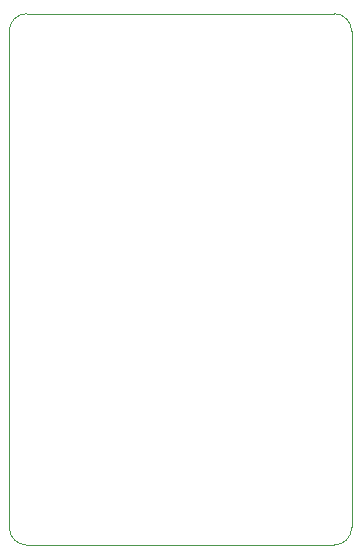
<source format=gbr>
%TF.GenerationSoftware,KiCad,Pcbnew,(6.0.9)*%
%TF.CreationDate,2023-01-29T17:21:33+01:00*%
%TF.ProjectId,witns_processing_board,7769746e-735f-4707-926f-63657373696e,rev?*%
%TF.SameCoordinates,Original*%
%TF.FileFunction,Profile,NP*%
%FSLAX46Y46*%
G04 Gerber Fmt 4.6, Leading zero omitted, Abs format (unit mm)*
G04 Created by KiCad (PCBNEW (6.0.9)) date 2023-01-29 17:21:33*
%MOMM*%
%LPD*%
G01*
G04 APERTURE LIST*
%TA.AperFunction,Profile*%
%ADD10C,0.100000*%
%TD*%
G04 APERTURE END LIST*
D10*
X37000000Y-93000000D02*
G75*
G03*
X35500000Y-94500000I0J-1500000D01*
G01*
X35500000Y-136500000D02*
G75*
G03*
X37000000Y-138000000I1500000J0D01*
G01*
X64500000Y-136500000D02*
X64500000Y-94500000D01*
X63000000Y-138000000D02*
G75*
G03*
X64500000Y-136500000I0J1500000D01*
G01*
X63000000Y-93000000D02*
X37000000Y-93000000D01*
X37000000Y-138000000D02*
X63000000Y-138000000D01*
X64500000Y-94500000D02*
G75*
G03*
X63000000Y-93000000I-1500000J0D01*
G01*
X35500000Y-136500000D02*
X35500000Y-94500000D01*
M02*

</source>
